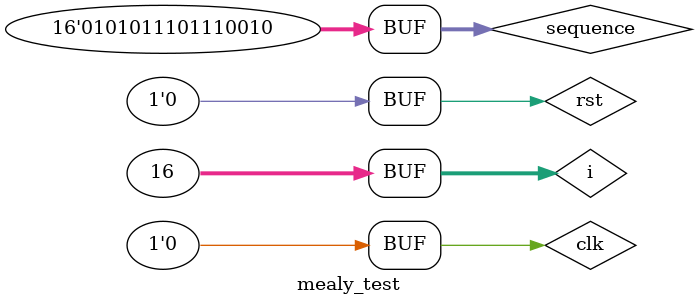
<source format=v>
module mealy_test;
reg clk, rst, inp;
wire outp;
reg[15:0] sequence;
integer i;
mealy duty( clk, rst, inp, outp);
initial
begin
clk = 0;
rst = 1;
sequence = 16'b0101_0111_0111_0010;
#5 rst = 0;
for( i = 0; i <= 15; i = i + 1)
begin
inp = sequence[i];
#2 clk = 1;
#2 clk = 0;
$display("State = ", duty.state, " Input = ", inp, ", Output = ",
outp);
end
testing;
end
task testing;
for( i = 0; i <= 15; i = i + 1)
begin
inp = $random % 2;
#2 clk = 1;
#2 clk = 0;
$display("State = ", duty.state, " Input = ", inp, ", Output = ", outp);
end
endtask
endmodule

</source>
